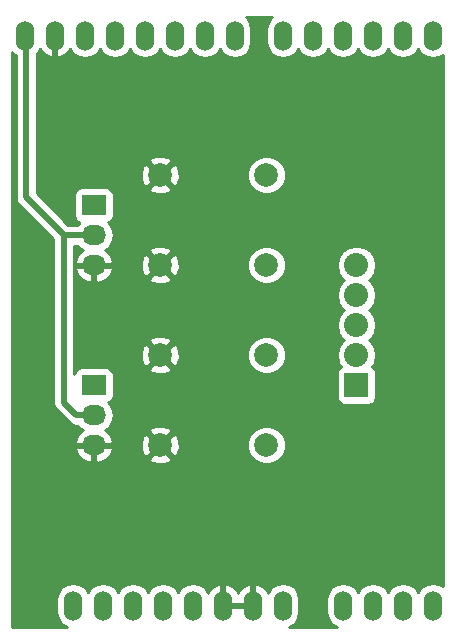
<source format=gbl>
%TF.GenerationSoftware,KiCad,Pcbnew,4.0.7-e2-6376~58~ubuntu16.04.1*%
%TF.CreationDate,2018-02-09T09:49:05-08:00*%
%TF.ProjectId,Arduino-Shield,41726475696E6F2D536869656C642E6B,v1.1*%
%TF.FileFunction,Copper,L2,Bot,Signal*%
%FSLAX46Y46*%
G04 Gerber Fmt 4.6, Leading zero omitted, Abs format (unit mm)*
G04 Created by KiCad (PCBNEW 4.0.7-e2-6376~58~ubuntu16.04.1) date Fri Feb  9 09:49:05 2018*
%MOMM*%
%LPD*%
G01*
G04 APERTURE LIST*
%ADD10C,0.350000*%
%ADD11R,2.032000X1.727200*%
%ADD12O,2.032000X1.727200*%
%ADD13R,2.032000X2.032000*%
%ADD14O,2.032000X2.032000*%
%ADD15O,1.524000X2.540000*%
%ADD16C,1.998980*%
%ADD17C,0.508000*%
%ADD18C,0.254000*%
%ADD19C,0.350000*%
G04 APERTURE END LIST*
D10*
D11*
X30226000Y-79883000D03*
D12*
X30226000Y-82423000D03*
X30226000Y-84963000D03*
D11*
X30226000Y-64643000D03*
D12*
X30226000Y-67183000D03*
X30226000Y-69723000D03*
D13*
X52451000Y-79883000D03*
D14*
X52451000Y-77343000D03*
X52451000Y-74803000D03*
X52451000Y-72263000D03*
X52451000Y-69723000D03*
D15*
X58928000Y-98552000D03*
X51308000Y-98552000D03*
X53848000Y-98552000D03*
X56388000Y-98552000D03*
X46228000Y-98552000D03*
X43688000Y-98552000D03*
X41148000Y-98552000D03*
X36068000Y-98552000D03*
X33528000Y-98552000D03*
X58928000Y-50292000D03*
X56388000Y-50292000D03*
X53848000Y-50292000D03*
X51308000Y-50292000D03*
X48768000Y-50292000D03*
X46228000Y-50292000D03*
X42164000Y-50292000D03*
X39624000Y-50292000D03*
X37084000Y-50292000D03*
X34544000Y-50292000D03*
X32004000Y-50292000D03*
X29464000Y-50292000D03*
X26924000Y-50292000D03*
X24384000Y-50292000D03*
X38608000Y-98552000D03*
X30988000Y-98552000D03*
X28448000Y-98552000D03*
D16*
X44831000Y-62103000D03*
X35831000Y-62103000D03*
X44831000Y-84963000D03*
X35831000Y-84963000D03*
X44831000Y-77343000D03*
X35831000Y-77343000D03*
X44831000Y-69723000D03*
X35831000Y-69723000D03*
D17*
X27686000Y-67183000D02*
X27686000Y-81407000D01*
X27686000Y-81407000D02*
X28702000Y-82423000D01*
X28702000Y-82423000D02*
X30226000Y-82423000D01*
X24485600Y-63982600D02*
X27686000Y-67183000D01*
X27686000Y-67183000D02*
X30226000Y-67183000D01*
X24485600Y-50292000D02*
X24485600Y-63982600D01*
D18*
G36*
X45240172Y-48758851D02*
X44937340Y-49212070D01*
X44831000Y-49746679D01*
X44831000Y-50837321D01*
X44937340Y-51371930D01*
X45240172Y-51825149D01*
X45693391Y-52127981D01*
X46228000Y-52234321D01*
X46762609Y-52127981D01*
X47215828Y-51825149D01*
X47498000Y-51402850D01*
X47780172Y-51825149D01*
X48233391Y-52127981D01*
X48768000Y-52234321D01*
X49302609Y-52127981D01*
X49755828Y-51825149D01*
X50038000Y-51402850D01*
X50320172Y-51825149D01*
X50773391Y-52127981D01*
X51308000Y-52234321D01*
X51842609Y-52127981D01*
X52295828Y-51825149D01*
X52578000Y-51402850D01*
X52860172Y-51825149D01*
X53313391Y-52127981D01*
X53848000Y-52234321D01*
X54382609Y-52127981D01*
X54835828Y-51825149D01*
X55118000Y-51402850D01*
X55400172Y-51825149D01*
X55853391Y-52127981D01*
X56388000Y-52234321D01*
X56922609Y-52127981D01*
X57375828Y-51825149D01*
X57658000Y-51402850D01*
X57940172Y-51825149D01*
X58393391Y-52127981D01*
X58928000Y-52234321D01*
X59462609Y-52127981D01*
X59742000Y-51941297D01*
X59742000Y-96902703D01*
X59462609Y-96716019D01*
X58928000Y-96609679D01*
X58393391Y-96716019D01*
X57940172Y-97018851D01*
X57658000Y-97441150D01*
X57375828Y-97018851D01*
X56922609Y-96716019D01*
X56388000Y-96609679D01*
X55853391Y-96716019D01*
X55400172Y-97018851D01*
X55118000Y-97441150D01*
X54835828Y-97018851D01*
X54382609Y-96716019D01*
X53848000Y-96609679D01*
X53313391Y-96716019D01*
X52860172Y-97018851D01*
X52578000Y-97441150D01*
X52295828Y-97018851D01*
X51842609Y-96716019D01*
X51308000Y-96609679D01*
X50773391Y-96716019D01*
X50320172Y-97018851D01*
X50017340Y-97472070D01*
X49911000Y-98006679D01*
X49911000Y-99097321D01*
X50017340Y-99631930D01*
X50320172Y-100085149D01*
X50764440Y-100382000D01*
X46771560Y-100382000D01*
X47215828Y-100085149D01*
X47518660Y-99631930D01*
X47625000Y-99097321D01*
X47625000Y-98006679D01*
X47518660Y-97472070D01*
X47215828Y-97018851D01*
X46762609Y-96716019D01*
X46228000Y-96609679D01*
X45693391Y-96716019D01*
X45240172Y-97018851D01*
X44948670Y-97455113D01*
X44930059Y-97392059D01*
X44586026Y-96966370D01*
X44105277Y-96704740D01*
X44031070Y-96689780D01*
X43815000Y-96812280D01*
X43815000Y-98425000D01*
X43835000Y-98425000D01*
X43835000Y-98679000D01*
X43815000Y-98679000D01*
X43815000Y-98699000D01*
X43561000Y-98699000D01*
X43561000Y-98679000D01*
X41275000Y-98679000D01*
X41275000Y-98699000D01*
X41021000Y-98699000D01*
X41021000Y-98679000D01*
X41001000Y-98679000D01*
X41001000Y-98425000D01*
X41021000Y-98425000D01*
X41021000Y-96812280D01*
X41275000Y-96812280D01*
X41275000Y-98425000D01*
X43561000Y-98425000D01*
X43561000Y-96812280D01*
X43344930Y-96689780D01*
X43270723Y-96704740D01*
X42789974Y-96966370D01*
X42445941Y-97392059D01*
X42418000Y-97486723D01*
X42390059Y-97392059D01*
X42046026Y-96966370D01*
X41565277Y-96704740D01*
X41491070Y-96689780D01*
X41275000Y-96812280D01*
X41021000Y-96812280D01*
X40804930Y-96689780D01*
X40730723Y-96704740D01*
X40249974Y-96966370D01*
X39905941Y-97392059D01*
X39887330Y-97455113D01*
X39595828Y-97018851D01*
X39142609Y-96716019D01*
X38608000Y-96609679D01*
X38073391Y-96716019D01*
X37620172Y-97018851D01*
X37338000Y-97441150D01*
X37055828Y-97018851D01*
X36602609Y-96716019D01*
X36068000Y-96609679D01*
X35533391Y-96716019D01*
X35080172Y-97018851D01*
X34798000Y-97441150D01*
X34515828Y-97018851D01*
X34062609Y-96716019D01*
X33528000Y-96609679D01*
X32993391Y-96716019D01*
X32540172Y-97018851D01*
X32258000Y-97441150D01*
X31975828Y-97018851D01*
X31522609Y-96716019D01*
X30988000Y-96609679D01*
X30453391Y-96716019D01*
X30000172Y-97018851D01*
X29718000Y-97441150D01*
X29435828Y-97018851D01*
X28982609Y-96716019D01*
X28448000Y-96609679D01*
X27913391Y-96716019D01*
X27460172Y-97018851D01*
X27157340Y-97472070D01*
X27051000Y-98006679D01*
X27051000Y-99097321D01*
X27157340Y-99631930D01*
X27460172Y-100085149D01*
X27904440Y-100382000D01*
X23316000Y-100382000D01*
X23316000Y-85322026D01*
X28618642Y-85322026D01*
X28621291Y-85337791D01*
X28875268Y-85865036D01*
X29311680Y-86254954D01*
X29864087Y-86448184D01*
X30099000Y-86303924D01*
X30099000Y-85090000D01*
X30353000Y-85090000D01*
X30353000Y-86303924D01*
X30587913Y-86448184D01*
X31140320Y-86254954D01*
X31296779Y-86115163D01*
X34858443Y-86115163D01*
X34957042Y-86381965D01*
X35566582Y-86608401D01*
X36216377Y-86584341D01*
X36704958Y-86381965D01*
X36803557Y-86115163D01*
X35831000Y-85142605D01*
X34858443Y-86115163D01*
X31296779Y-86115163D01*
X31576732Y-85865036D01*
X31830709Y-85337791D01*
X31833358Y-85322026D01*
X31712217Y-85090000D01*
X30353000Y-85090000D01*
X30099000Y-85090000D01*
X28739783Y-85090000D01*
X28618642Y-85322026D01*
X23316000Y-85322026D01*
X23316000Y-51705163D01*
X23396172Y-51825149D01*
X23596600Y-51959071D01*
X23596600Y-63982600D01*
X23664271Y-64322806D01*
X23856982Y-64611218D01*
X26797000Y-67551236D01*
X26797000Y-81407000D01*
X26864671Y-81747206D01*
X27057382Y-82035618D01*
X28073382Y-83051618D01*
X28361794Y-83244329D01*
X28702000Y-83312000D01*
X28867547Y-83312000D01*
X28981585Y-83482670D01*
X29291069Y-83689461D01*
X28875268Y-84060964D01*
X28621291Y-84588209D01*
X28618642Y-84603974D01*
X28739783Y-84836000D01*
X30099000Y-84836000D01*
X30099000Y-84816000D01*
X30353000Y-84816000D01*
X30353000Y-84836000D01*
X31712217Y-84836000D01*
X31783963Y-84698582D01*
X34185599Y-84698582D01*
X34209659Y-85348377D01*
X34412035Y-85836958D01*
X34678837Y-85935557D01*
X35651395Y-84963000D01*
X36010605Y-84963000D01*
X36983163Y-85935557D01*
X37249965Y-85836958D01*
X37454380Y-85286694D01*
X43196226Y-85286694D01*
X43444538Y-85887655D01*
X43903927Y-86347846D01*
X44504453Y-86597206D01*
X45154694Y-86597774D01*
X45755655Y-86349462D01*
X46215846Y-85890073D01*
X46465206Y-85289547D01*
X46465774Y-84639306D01*
X46217462Y-84038345D01*
X45758073Y-83578154D01*
X45157547Y-83328794D01*
X44507306Y-83328226D01*
X43906345Y-83576538D01*
X43446154Y-84035927D01*
X43196794Y-84636453D01*
X43196226Y-85286694D01*
X37454380Y-85286694D01*
X37476401Y-85227418D01*
X37452341Y-84577623D01*
X37249965Y-84089042D01*
X36983163Y-83990443D01*
X36010605Y-84963000D01*
X35651395Y-84963000D01*
X34678837Y-83990443D01*
X34412035Y-84089042D01*
X34185599Y-84698582D01*
X31783963Y-84698582D01*
X31833358Y-84603974D01*
X31830709Y-84588209D01*
X31576732Y-84060964D01*
X31296780Y-83810837D01*
X34858443Y-83810837D01*
X35831000Y-84783395D01*
X36803557Y-83810837D01*
X36704958Y-83544035D01*
X36095418Y-83317599D01*
X35445623Y-83341659D01*
X34957042Y-83544035D01*
X34858443Y-83810837D01*
X31296780Y-83810837D01*
X31160931Y-83689461D01*
X31470415Y-83482670D01*
X31795271Y-82996489D01*
X31909345Y-82423000D01*
X31795271Y-81849511D01*
X31470415Y-81363330D01*
X31456087Y-81353757D01*
X31477317Y-81349762D01*
X31693441Y-81210690D01*
X31838431Y-80998490D01*
X31889440Y-80746600D01*
X31889440Y-79019400D01*
X31845162Y-78784083D01*
X31706090Y-78567959D01*
X31599550Y-78495163D01*
X34858443Y-78495163D01*
X34957042Y-78761965D01*
X35566582Y-78988401D01*
X36216377Y-78964341D01*
X36704958Y-78761965D01*
X36803557Y-78495163D01*
X35831000Y-77522605D01*
X34858443Y-78495163D01*
X31599550Y-78495163D01*
X31493890Y-78422969D01*
X31242000Y-78371960D01*
X29210000Y-78371960D01*
X28974683Y-78416238D01*
X28758559Y-78555310D01*
X28613569Y-78767510D01*
X28575000Y-78957969D01*
X28575000Y-77078582D01*
X34185599Y-77078582D01*
X34209659Y-77728377D01*
X34412035Y-78216958D01*
X34678837Y-78315557D01*
X35651395Y-77343000D01*
X36010605Y-77343000D01*
X36983163Y-78315557D01*
X37249965Y-78216958D01*
X37454380Y-77666694D01*
X43196226Y-77666694D01*
X43444538Y-78267655D01*
X43903927Y-78727846D01*
X44504453Y-78977206D01*
X45154694Y-78977774D01*
X45755655Y-78729462D01*
X46215846Y-78270073D01*
X46465206Y-77669547D01*
X46465774Y-77019306D01*
X46217462Y-76418345D01*
X45758073Y-75958154D01*
X45157547Y-75708794D01*
X44507306Y-75708226D01*
X43906345Y-75956538D01*
X43446154Y-76415927D01*
X43196794Y-77016453D01*
X43196226Y-77666694D01*
X37454380Y-77666694D01*
X37476401Y-77607418D01*
X37452341Y-76957623D01*
X37249965Y-76469042D01*
X36983163Y-76370443D01*
X36010605Y-77343000D01*
X35651395Y-77343000D01*
X34678837Y-76370443D01*
X34412035Y-76469042D01*
X34185599Y-77078582D01*
X28575000Y-77078582D01*
X28575000Y-76190837D01*
X34858443Y-76190837D01*
X35831000Y-77163395D01*
X36803557Y-76190837D01*
X36704958Y-75924035D01*
X36095418Y-75697599D01*
X35445623Y-75721659D01*
X34957042Y-75924035D01*
X34858443Y-76190837D01*
X28575000Y-76190837D01*
X28575000Y-70082026D01*
X28618642Y-70082026D01*
X28621291Y-70097791D01*
X28875268Y-70625036D01*
X29311680Y-71014954D01*
X29864087Y-71208184D01*
X30099000Y-71063924D01*
X30099000Y-69850000D01*
X30353000Y-69850000D01*
X30353000Y-71063924D01*
X30587913Y-71208184D01*
X31140320Y-71014954D01*
X31296779Y-70875163D01*
X34858443Y-70875163D01*
X34957042Y-71141965D01*
X35566582Y-71368401D01*
X36216377Y-71344341D01*
X36704958Y-71141965D01*
X36803557Y-70875163D01*
X35831000Y-69902605D01*
X34858443Y-70875163D01*
X31296779Y-70875163D01*
X31576732Y-70625036D01*
X31830709Y-70097791D01*
X31833358Y-70082026D01*
X31712217Y-69850000D01*
X30353000Y-69850000D01*
X30099000Y-69850000D01*
X28739783Y-69850000D01*
X28618642Y-70082026D01*
X28575000Y-70082026D01*
X28575000Y-68072000D01*
X28867547Y-68072000D01*
X28981585Y-68242670D01*
X29291069Y-68449461D01*
X28875268Y-68820964D01*
X28621291Y-69348209D01*
X28618642Y-69363974D01*
X28739783Y-69596000D01*
X30099000Y-69596000D01*
X30099000Y-69576000D01*
X30353000Y-69576000D01*
X30353000Y-69596000D01*
X31712217Y-69596000D01*
X31783963Y-69458582D01*
X34185599Y-69458582D01*
X34209659Y-70108377D01*
X34412035Y-70596958D01*
X34678837Y-70695557D01*
X35651395Y-69723000D01*
X36010605Y-69723000D01*
X36983163Y-70695557D01*
X37249965Y-70596958D01*
X37454380Y-70046694D01*
X43196226Y-70046694D01*
X43444538Y-70647655D01*
X43903927Y-71107846D01*
X44504453Y-71357206D01*
X45154694Y-71357774D01*
X45755655Y-71109462D01*
X46215846Y-70650073D01*
X46465206Y-70049547D01*
X46465491Y-69723000D01*
X50767655Y-69723000D01*
X50893330Y-70354810D01*
X51251222Y-70890433D01*
X51404724Y-70993000D01*
X51251222Y-71095567D01*
X50893330Y-71631190D01*
X50767655Y-72263000D01*
X50893330Y-72894810D01*
X51251222Y-73430433D01*
X51404724Y-73533000D01*
X51251222Y-73635567D01*
X50893330Y-74171190D01*
X50767655Y-74803000D01*
X50893330Y-75434810D01*
X51251222Y-75970433D01*
X51404724Y-76073000D01*
X51251222Y-76175567D01*
X50893330Y-76711190D01*
X50767655Y-77343000D01*
X50893330Y-77974810D01*
X51120499Y-78314792D01*
X50983559Y-78402910D01*
X50838569Y-78615110D01*
X50787560Y-78867000D01*
X50787560Y-80899000D01*
X50831838Y-81134317D01*
X50970910Y-81350441D01*
X51183110Y-81495431D01*
X51435000Y-81546440D01*
X53467000Y-81546440D01*
X53702317Y-81502162D01*
X53918441Y-81363090D01*
X54063431Y-81150890D01*
X54114440Y-80899000D01*
X54114440Y-78867000D01*
X54070162Y-78631683D01*
X53931090Y-78415559D01*
X53782163Y-78313802D01*
X54008670Y-77974810D01*
X54134345Y-77343000D01*
X54008670Y-76711190D01*
X53650778Y-76175567D01*
X53497276Y-76073000D01*
X53650778Y-75970433D01*
X54008670Y-75434810D01*
X54134345Y-74803000D01*
X54008670Y-74171190D01*
X53650778Y-73635567D01*
X53497276Y-73533000D01*
X53650778Y-73430433D01*
X54008670Y-72894810D01*
X54134345Y-72263000D01*
X54008670Y-71631190D01*
X53650778Y-71095567D01*
X53497276Y-70993000D01*
X53650778Y-70890433D01*
X54008670Y-70354810D01*
X54134345Y-69723000D01*
X54008670Y-69091190D01*
X53650778Y-68555567D01*
X53115155Y-68197675D01*
X52483345Y-68072000D01*
X52418655Y-68072000D01*
X51786845Y-68197675D01*
X51251222Y-68555567D01*
X50893330Y-69091190D01*
X50767655Y-69723000D01*
X46465491Y-69723000D01*
X46465774Y-69399306D01*
X46217462Y-68798345D01*
X45758073Y-68338154D01*
X45157547Y-68088794D01*
X44507306Y-68088226D01*
X43906345Y-68336538D01*
X43446154Y-68795927D01*
X43196794Y-69396453D01*
X43196226Y-70046694D01*
X37454380Y-70046694D01*
X37476401Y-69987418D01*
X37452341Y-69337623D01*
X37249965Y-68849042D01*
X36983163Y-68750443D01*
X36010605Y-69723000D01*
X35651395Y-69723000D01*
X34678837Y-68750443D01*
X34412035Y-68849042D01*
X34185599Y-69458582D01*
X31783963Y-69458582D01*
X31833358Y-69363974D01*
X31830709Y-69348209D01*
X31576732Y-68820964D01*
X31296780Y-68570837D01*
X34858443Y-68570837D01*
X35831000Y-69543395D01*
X36803557Y-68570837D01*
X36704958Y-68304035D01*
X36095418Y-68077599D01*
X35445623Y-68101659D01*
X34957042Y-68304035D01*
X34858443Y-68570837D01*
X31296780Y-68570837D01*
X31160931Y-68449461D01*
X31470415Y-68242670D01*
X31795271Y-67756489D01*
X31909345Y-67183000D01*
X31795271Y-66609511D01*
X31470415Y-66123330D01*
X31456087Y-66113757D01*
X31477317Y-66109762D01*
X31693441Y-65970690D01*
X31838431Y-65758490D01*
X31889440Y-65506600D01*
X31889440Y-63779400D01*
X31845162Y-63544083D01*
X31706090Y-63327959D01*
X31599550Y-63255163D01*
X34858443Y-63255163D01*
X34957042Y-63521965D01*
X35566582Y-63748401D01*
X36216377Y-63724341D01*
X36704958Y-63521965D01*
X36803557Y-63255163D01*
X35831000Y-62282605D01*
X34858443Y-63255163D01*
X31599550Y-63255163D01*
X31493890Y-63182969D01*
X31242000Y-63131960D01*
X29210000Y-63131960D01*
X28974683Y-63176238D01*
X28758559Y-63315310D01*
X28613569Y-63527510D01*
X28562560Y-63779400D01*
X28562560Y-65506600D01*
X28606838Y-65741917D01*
X28745910Y-65958041D01*
X28958110Y-66103031D01*
X28999439Y-66111400D01*
X28981585Y-66123330D01*
X28867547Y-66294000D01*
X28054236Y-66294000D01*
X25374600Y-63614364D01*
X25374600Y-61838582D01*
X34185599Y-61838582D01*
X34209659Y-62488377D01*
X34412035Y-62976958D01*
X34678837Y-63075557D01*
X35651395Y-62103000D01*
X36010605Y-62103000D01*
X36983163Y-63075557D01*
X37249965Y-62976958D01*
X37454380Y-62426694D01*
X43196226Y-62426694D01*
X43444538Y-63027655D01*
X43903927Y-63487846D01*
X44504453Y-63737206D01*
X45154694Y-63737774D01*
X45755655Y-63489462D01*
X46215846Y-63030073D01*
X46465206Y-62429547D01*
X46465774Y-61779306D01*
X46217462Y-61178345D01*
X45758073Y-60718154D01*
X45157547Y-60468794D01*
X44507306Y-60468226D01*
X43906345Y-60716538D01*
X43446154Y-61175927D01*
X43196794Y-61776453D01*
X43196226Y-62426694D01*
X37454380Y-62426694D01*
X37476401Y-62367418D01*
X37452341Y-61717623D01*
X37249965Y-61229042D01*
X36983163Y-61130443D01*
X36010605Y-62103000D01*
X35651395Y-62103000D01*
X34678837Y-61130443D01*
X34412035Y-61229042D01*
X34185599Y-61838582D01*
X25374600Y-61838582D01*
X25374600Y-60950837D01*
X34858443Y-60950837D01*
X35831000Y-61923395D01*
X36803557Y-60950837D01*
X36704958Y-60684035D01*
X36095418Y-60457599D01*
X35445623Y-60481659D01*
X34957042Y-60684035D01*
X34858443Y-60950837D01*
X25374600Y-60950837D01*
X25374600Y-51821000D01*
X25663330Y-51388887D01*
X25681941Y-51451941D01*
X26025974Y-51877630D01*
X26506723Y-52139260D01*
X26580930Y-52154220D01*
X26797000Y-52031720D01*
X26797000Y-50419000D01*
X26777000Y-50419000D01*
X26777000Y-50165000D01*
X26797000Y-50165000D01*
X26797000Y-50145000D01*
X27051000Y-50145000D01*
X27051000Y-50165000D01*
X27071000Y-50165000D01*
X27071000Y-50419000D01*
X27051000Y-50419000D01*
X27051000Y-52031720D01*
X27267070Y-52154220D01*
X27341277Y-52139260D01*
X27822026Y-51877630D01*
X28166059Y-51451941D01*
X28184670Y-51388887D01*
X28476172Y-51825149D01*
X28929391Y-52127981D01*
X29464000Y-52234321D01*
X29998609Y-52127981D01*
X30451828Y-51825149D01*
X30734000Y-51402850D01*
X31016172Y-51825149D01*
X31469391Y-52127981D01*
X32004000Y-52234321D01*
X32538609Y-52127981D01*
X32991828Y-51825149D01*
X33274000Y-51402850D01*
X33556172Y-51825149D01*
X34009391Y-52127981D01*
X34544000Y-52234321D01*
X35078609Y-52127981D01*
X35531828Y-51825149D01*
X35814000Y-51402850D01*
X36096172Y-51825149D01*
X36549391Y-52127981D01*
X37084000Y-52234321D01*
X37618609Y-52127981D01*
X38071828Y-51825149D01*
X38354000Y-51402850D01*
X38636172Y-51825149D01*
X39089391Y-52127981D01*
X39624000Y-52234321D01*
X40158609Y-52127981D01*
X40611828Y-51825149D01*
X40894000Y-51402850D01*
X41176172Y-51825149D01*
X41629391Y-52127981D01*
X42164000Y-52234321D01*
X42698609Y-52127981D01*
X43151828Y-51825149D01*
X43454660Y-51371930D01*
X43561000Y-50837321D01*
X43561000Y-49746679D01*
X43454660Y-49212070D01*
X43151828Y-48758851D01*
X43087697Y-48716000D01*
X45304303Y-48716000D01*
X45240172Y-48758851D01*
X45240172Y-48758851D01*
G37*
X45240172Y-48758851D02*
X44937340Y-49212070D01*
X44831000Y-49746679D01*
X44831000Y-50837321D01*
X44937340Y-51371930D01*
X45240172Y-51825149D01*
X45693391Y-52127981D01*
X46228000Y-52234321D01*
X46762609Y-52127981D01*
X47215828Y-51825149D01*
X47498000Y-51402850D01*
X47780172Y-51825149D01*
X48233391Y-52127981D01*
X48768000Y-52234321D01*
X49302609Y-52127981D01*
X49755828Y-51825149D01*
X50038000Y-51402850D01*
X50320172Y-51825149D01*
X50773391Y-52127981D01*
X51308000Y-52234321D01*
X51842609Y-52127981D01*
X52295828Y-51825149D01*
X52578000Y-51402850D01*
X52860172Y-51825149D01*
X53313391Y-52127981D01*
X53848000Y-52234321D01*
X54382609Y-52127981D01*
X54835828Y-51825149D01*
X55118000Y-51402850D01*
X55400172Y-51825149D01*
X55853391Y-52127981D01*
X56388000Y-52234321D01*
X56922609Y-52127981D01*
X57375828Y-51825149D01*
X57658000Y-51402850D01*
X57940172Y-51825149D01*
X58393391Y-52127981D01*
X58928000Y-52234321D01*
X59462609Y-52127981D01*
X59742000Y-51941297D01*
X59742000Y-96902703D01*
X59462609Y-96716019D01*
X58928000Y-96609679D01*
X58393391Y-96716019D01*
X57940172Y-97018851D01*
X57658000Y-97441150D01*
X57375828Y-97018851D01*
X56922609Y-96716019D01*
X56388000Y-96609679D01*
X55853391Y-96716019D01*
X55400172Y-97018851D01*
X55118000Y-97441150D01*
X54835828Y-97018851D01*
X54382609Y-96716019D01*
X53848000Y-96609679D01*
X53313391Y-96716019D01*
X52860172Y-97018851D01*
X52578000Y-97441150D01*
X52295828Y-97018851D01*
X51842609Y-96716019D01*
X51308000Y-96609679D01*
X50773391Y-96716019D01*
X50320172Y-97018851D01*
X50017340Y-97472070D01*
X49911000Y-98006679D01*
X49911000Y-99097321D01*
X50017340Y-99631930D01*
X50320172Y-100085149D01*
X50764440Y-100382000D01*
X46771560Y-100382000D01*
X47215828Y-100085149D01*
X47518660Y-99631930D01*
X47625000Y-99097321D01*
X47625000Y-98006679D01*
X47518660Y-97472070D01*
X47215828Y-97018851D01*
X46762609Y-96716019D01*
X46228000Y-96609679D01*
X45693391Y-96716019D01*
X45240172Y-97018851D01*
X44948670Y-97455113D01*
X44930059Y-97392059D01*
X44586026Y-96966370D01*
X44105277Y-96704740D01*
X44031070Y-96689780D01*
X43815000Y-96812280D01*
X43815000Y-98425000D01*
X43835000Y-98425000D01*
X43835000Y-98679000D01*
X43815000Y-98679000D01*
X43815000Y-98699000D01*
X43561000Y-98699000D01*
X43561000Y-98679000D01*
X41275000Y-98679000D01*
X41275000Y-98699000D01*
X41021000Y-98699000D01*
X41021000Y-98679000D01*
X41001000Y-98679000D01*
X41001000Y-98425000D01*
X41021000Y-98425000D01*
X41021000Y-96812280D01*
X41275000Y-96812280D01*
X41275000Y-98425000D01*
X43561000Y-98425000D01*
X43561000Y-96812280D01*
X43344930Y-96689780D01*
X43270723Y-96704740D01*
X42789974Y-96966370D01*
X42445941Y-97392059D01*
X42418000Y-97486723D01*
X42390059Y-97392059D01*
X42046026Y-96966370D01*
X41565277Y-96704740D01*
X41491070Y-96689780D01*
X41275000Y-96812280D01*
X41021000Y-96812280D01*
X40804930Y-96689780D01*
X40730723Y-96704740D01*
X40249974Y-96966370D01*
X39905941Y-97392059D01*
X39887330Y-97455113D01*
X39595828Y-97018851D01*
X39142609Y-96716019D01*
X38608000Y-96609679D01*
X38073391Y-96716019D01*
X37620172Y-97018851D01*
X37338000Y-97441150D01*
X37055828Y-97018851D01*
X36602609Y-96716019D01*
X36068000Y-96609679D01*
X35533391Y-96716019D01*
X35080172Y-97018851D01*
X34798000Y-97441150D01*
X34515828Y-97018851D01*
X34062609Y-96716019D01*
X33528000Y-96609679D01*
X32993391Y-96716019D01*
X32540172Y-97018851D01*
X32258000Y-97441150D01*
X31975828Y-97018851D01*
X31522609Y-96716019D01*
X30988000Y-96609679D01*
X30453391Y-96716019D01*
X30000172Y-97018851D01*
X29718000Y-97441150D01*
X29435828Y-97018851D01*
X28982609Y-96716019D01*
X28448000Y-96609679D01*
X27913391Y-96716019D01*
X27460172Y-97018851D01*
X27157340Y-97472070D01*
X27051000Y-98006679D01*
X27051000Y-99097321D01*
X27157340Y-99631930D01*
X27460172Y-100085149D01*
X27904440Y-100382000D01*
X23316000Y-100382000D01*
X23316000Y-85322026D01*
X28618642Y-85322026D01*
X28621291Y-85337791D01*
X28875268Y-85865036D01*
X29311680Y-86254954D01*
X29864087Y-86448184D01*
X30099000Y-86303924D01*
X30099000Y-85090000D01*
X30353000Y-85090000D01*
X30353000Y-86303924D01*
X30587913Y-86448184D01*
X31140320Y-86254954D01*
X31296779Y-86115163D01*
X34858443Y-86115163D01*
X34957042Y-86381965D01*
X35566582Y-86608401D01*
X36216377Y-86584341D01*
X36704958Y-86381965D01*
X36803557Y-86115163D01*
X35831000Y-85142605D01*
X34858443Y-86115163D01*
X31296779Y-86115163D01*
X31576732Y-85865036D01*
X31830709Y-85337791D01*
X31833358Y-85322026D01*
X31712217Y-85090000D01*
X30353000Y-85090000D01*
X30099000Y-85090000D01*
X28739783Y-85090000D01*
X28618642Y-85322026D01*
X23316000Y-85322026D01*
X23316000Y-51705163D01*
X23396172Y-51825149D01*
X23596600Y-51959071D01*
X23596600Y-63982600D01*
X23664271Y-64322806D01*
X23856982Y-64611218D01*
X26797000Y-67551236D01*
X26797000Y-81407000D01*
X26864671Y-81747206D01*
X27057382Y-82035618D01*
X28073382Y-83051618D01*
X28361794Y-83244329D01*
X28702000Y-83312000D01*
X28867547Y-83312000D01*
X28981585Y-83482670D01*
X29291069Y-83689461D01*
X28875268Y-84060964D01*
X28621291Y-84588209D01*
X28618642Y-84603974D01*
X28739783Y-84836000D01*
X30099000Y-84836000D01*
X30099000Y-84816000D01*
X30353000Y-84816000D01*
X30353000Y-84836000D01*
X31712217Y-84836000D01*
X31783963Y-84698582D01*
X34185599Y-84698582D01*
X34209659Y-85348377D01*
X34412035Y-85836958D01*
X34678837Y-85935557D01*
X35651395Y-84963000D01*
X36010605Y-84963000D01*
X36983163Y-85935557D01*
X37249965Y-85836958D01*
X37454380Y-85286694D01*
X43196226Y-85286694D01*
X43444538Y-85887655D01*
X43903927Y-86347846D01*
X44504453Y-86597206D01*
X45154694Y-86597774D01*
X45755655Y-86349462D01*
X46215846Y-85890073D01*
X46465206Y-85289547D01*
X46465774Y-84639306D01*
X46217462Y-84038345D01*
X45758073Y-83578154D01*
X45157547Y-83328794D01*
X44507306Y-83328226D01*
X43906345Y-83576538D01*
X43446154Y-84035927D01*
X43196794Y-84636453D01*
X43196226Y-85286694D01*
X37454380Y-85286694D01*
X37476401Y-85227418D01*
X37452341Y-84577623D01*
X37249965Y-84089042D01*
X36983163Y-83990443D01*
X36010605Y-84963000D01*
X35651395Y-84963000D01*
X34678837Y-83990443D01*
X34412035Y-84089042D01*
X34185599Y-84698582D01*
X31783963Y-84698582D01*
X31833358Y-84603974D01*
X31830709Y-84588209D01*
X31576732Y-84060964D01*
X31296780Y-83810837D01*
X34858443Y-83810837D01*
X35831000Y-84783395D01*
X36803557Y-83810837D01*
X36704958Y-83544035D01*
X36095418Y-83317599D01*
X35445623Y-83341659D01*
X34957042Y-83544035D01*
X34858443Y-83810837D01*
X31296780Y-83810837D01*
X31160931Y-83689461D01*
X31470415Y-83482670D01*
X31795271Y-82996489D01*
X31909345Y-82423000D01*
X31795271Y-81849511D01*
X31470415Y-81363330D01*
X31456087Y-81353757D01*
X31477317Y-81349762D01*
X31693441Y-81210690D01*
X31838431Y-80998490D01*
X31889440Y-80746600D01*
X31889440Y-79019400D01*
X31845162Y-78784083D01*
X31706090Y-78567959D01*
X31599550Y-78495163D01*
X34858443Y-78495163D01*
X34957042Y-78761965D01*
X35566582Y-78988401D01*
X36216377Y-78964341D01*
X36704958Y-78761965D01*
X36803557Y-78495163D01*
X35831000Y-77522605D01*
X34858443Y-78495163D01*
X31599550Y-78495163D01*
X31493890Y-78422969D01*
X31242000Y-78371960D01*
X29210000Y-78371960D01*
X28974683Y-78416238D01*
X28758559Y-78555310D01*
X28613569Y-78767510D01*
X28575000Y-78957969D01*
X28575000Y-77078582D01*
X34185599Y-77078582D01*
X34209659Y-77728377D01*
X34412035Y-78216958D01*
X34678837Y-78315557D01*
X35651395Y-77343000D01*
X36010605Y-77343000D01*
X36983163Y-78315557D01*
X37249965Y-78216958D01*
X37454380Y-77666694D01*
X43196226Y-77666694D01*
X43444538Y-78267655D01*
X43903927Y-78727846D01*
X44504453Y-78977206D01*
X45154694Y-78977774D01*
X45755655Y-78729462D01*
X46215846Y-78270073D01*
X46465206Y-77669547D01*
X46465774Y-77019306D01*
X46217462Y-76418345D01*
X45758073Y-75958154D01*
X45157547Y-75708794D01*
X44507306Y-75708226D01*
X43906345Y-75956538D01*
X43446154Y-76415927D01*
X43196794Y-77016453D01*
X43196226Y-77666694D01*
X37454380Y-77666694D01*
X37476401Y-77607418D01*
X37452341Y-76957623D01*
X37249965Y-76469042D01*
X36983163Y-76370443D01*
X36010605Y-77343000D01*
X35651395Y-77343000D01*
X34678837Y-76370443D01*
X34412035Y-76469042D01*
X34185599Y-77078582D01*
X28575000Y-77078582D01*
X28575000Y-76190837D01*
X34858443Y-76190837D01*
X35831000Y-77163395D01*
X36803557Y-76190837D01*
X36704958Y-75924035D01*
X36095418Y-75697599D01*
X35445623Y-75721659D01*
X34957042Y-75924035D01*
X34858443Y-76190837D01*
X28575000Y-76190837D01*
X28575000Y-70082026D01*
X28618642Y-70082026D01*
X28621291Y-70097791D01*
X28875268Y-70625036D01*
X29311680Y-71014954D01*
X29864087Y-71208184D01*
X30099000Y-71063924D01*
X30099000Y-69850000D01*
X30353000Y-69850000D01*
X30353000Y-71063924D01*
X30587913Y-71208184D01*
X31140320Y-71014954D01*
X31296779Y-70875163D01*
X34858443Y-70875163D01*
X34957042Y-71141965D01*
X35566582Y-71368401D01*
X36216377Y-71344341D01*
X36704958Y-71141965D01*
X36803557Y-70875163D01*
X35831000Y-69902605D01*
X34858443Y-70875163D01*
X31296779Y-70875163D01*
X31576732Y-70625036D01*
X31830709Y-70097791D01*
X31833358Y-70082026D01*
X31712217Y-69850000D01*
X30353000Y-69850000D01*
X30099000Y-69850000D01*
X28739783Y-69850000D01*
X28618642Y-70082026D01*
X28575000Y-70082026D01*
X28575000Y-68072000D01*
X28867547Y-68072000D01*
X28981585Y-68242670D01*
X29291069Y-68449461D01*
X28875268Y-68820964D01*
X28621291Y-69348209D01*
X28618642Y-69363974D01*
X28739783Y-69596000D01*
X30099000Y-69596000D01*
X30099000Y-69576000D01*
X30353000Y-69576000D01*
X30353000Y-69596000D01*
X31712217Y-69596000D01*
X31783963Y-69458582D01*
X34185599Y-69458582D01*
X34209659Y-70108377D01*
X34412035Y-70596958D01*
X34678837Y-70695557D01*
X35651395Y-69723000D01*
X36010605Y-69723000D01*
X36983163Y-70695557D01*
X37249965Y-70596958D01*
X37454380Y-70046694D01*
X43196226Y-70046694D01*
X43444538Y-70647655D01*
X43903927Y-71107846D01*
X44504453Y-71357206D01*
X45154694Y-71357774D01*
X45755655Y-71109462D01*
X46215846Y-70650073D01*
X46465206Y-70049547D01*
X46465491Y-69723000D01*
X50767655Y-69723000D01*
X50893330Y-70354810D01*
X51251222Y-70890433D01*
X51404724Y-70993000D01*
X51251222Y-71095567D01*
X50893330Y-71631190D01*
X50767655Y-72263000D01*
X50893330Y-72894810D01*
X51251222Y-73430433D01*
X51404724Y-73533000D01*
X51251222Y-73635567D01*
X50893330Y-74171190D01*
X50767655Y-74803000D01*
X50893330Y-75434810D01*
X51251222Y-75970433D01*
X51404724Y-76073000D01*
X51251222Y-76175567D01*
X50893330Y-76711190D01*
X50767655Y-77343000D01*
X50893330Y-77974810D01*
X51120499Y-78314792D01*
X50983559Y-78402910D01*
X50838569Y-78615110D01*
X50787560Y-78867000D01*
X50787560Y-80899000D01*
X50831838Y-81134317D01*
X50970910Y-81350441D01*
X51183110Y-81495431D01*
X51435000Y-81546440D01*
X53467000Y-81546440D01*
X53702317Y-81502162D01*
X53918441Y-81363090D01*
X54063431Y-81150890D01*
X54114440Y-80899000D01*
X54114440Y-78867000D01*
X54070162Y-78631683D01*
X53931090Y-78415559D01*
X53782163Y-78313802D01*
X54008670Y-77974810D01*
X54134345Y-77343000D01*
X54008670Y-76711190D01*
X53650778Y-76175567D01*
X53497276Y-76073000D01*
X53650778Y-75970433D01*
X54008670Y-75434810D01*
X54134345Y-74803000D01*
X54008670Y-74171190D01*
X53650778Y-73635567D01*
X53497276Y-73533000D01*
X53650778Y-73430433D01*
X54008670Y-72894810D01*
X54134345Y-72263000D01*
X54008670Y-71631190D01*
X53650778Y-71095567D01*
X53497276Y-70993000D01*
X53650778Y-70890433D01*
X54008670Y-70354810D01*
X54134345Y-69723000D01*
X54008670Y-69091190D01*
X53650778Y-68555567D01*
X53115155Y-68197675D01*
X52483345Y-68072000D01*
X52418655Y-68072000D01*
X51786845Y-68197675D01*
X51251222Y-68555567D01*
X50893330Y-69091190D01*
X50767655Y-69723000D01*
X46465491Y-69723000D01*
X46465774Y-69399306D01*
X46217462Y-68798345D01*
X45758073Y-68338154D01*
X45157547Y-68088794D01*
X44507306Y-68088226D01*
X43906345Y-68336538D01*
X43446154Y-68795927D01*
X43196794Y-69396453D01*
X43196226Y-70046694D01*
X37454380Y-70046694D01*
X37476401Y-69987418D01*
X37452341Y-69337623D01*
X37249965Y-68849042D01*
X36983163Y-68750443D01*
X36010605Y-69723000D01*
X35651395Y-69723000D01*
X34678837Y-68750443D01*
X34412035Y-68849042D01*
X34185599Y-69458582D01*
X31783963Y-69458582D01*
X31833358Y-69363974D01*
X31830709Y-69348209D01*
X31576732Y-68820964D01*
X31296780Y-68570837D01*
X34858443Y-68570837D01*
X35831000Y-69543395D01*
X36803557Y-68570837D01*
X36704958Y-68304035D01*
X36095418Y-68077599D01*
X35445623Y-68101659D01*
X34957042Y-68304035D01*
X34858443Y-68570837D01*
X31296780Y-68570837D01*
X31160931Y-68449461D01*
X31470415Y-68242670D01*
X31795271Y-67756489D01*
X31909345Y-67183000D01*
X31795271Y-66609511D01*
X31470415Y-66123330D01*
X31456087Y-66113757D01*
X31477317Y-66109762D01*
X31693441Y-65970690D01*
X31838431Y-65758490D01*
X31889440Y-65506600D01*
X31889440Y-63779400D01*
X31845162Y-63544083D01*
X31706090Y-63327959D01*
X31599550Y-63255163D01*
X34858443Y-63255163D01*
X34957042Y-63521965D01*
X35566582Y-63748401D01*
X36216377Y-63724341D01*
X36704958Y-63521965D01*
X36803557Y-63255163D01*
X35831000Y-62282605D01*
X34858443Y-63255163D01*
X31599550Y-63255163D01*
X31493890Y-63182969D01*
X31242000Y-63131960D01*
X29210000Y-63131960D01*
X28974683Y-63176238D01*
X28758559Y-63315310D01*
X28613569Y-63527510D01*
X28562560Y-63779400D01*
X28562560Y-65506600D01*
X28606838Y-65741917D01*
X28745910Y-65958041D01*
X28958110Y-66103031D01*
X28999439Y-66111400D01*
X28981585Y-66123330D01*
X28867547Y-66294000D01*
X28054236Y-66294000D01*
X25374600Y-63614364D01*
X25374600Y-61838582D01*
X34185599Y-61838582D01*
X34209659Y-62488377D01*
X34412035Y-62976958D01*
X34678837Y-63075557D01*
X35651395Y-62103000D01*
X36010605Y-62103000D01*
X36983163Y-63075557D01*
X37249965Y-62976958D01*
X37454380Y-62426694D01*
X43196226Y-62426694D01*
X43444538Y-63027655D01*
X43903927Y-63487846D01*
X44504453Y-63737206D01*
X45154694Y-63737774D01*
X45755655Y-63489462D01*
X46215846Y-63030073D01*
X46465206Y-62429547D01*
X46465774Y-61779306D01*
X46217462Y-61178345D01*
X45758073Y-60718154D01*
X45157547Y-60468794D01*
X44507306Y-60468226D01*
X43906345Y-60716538D01*
X43446154Y-61175927D01*
X43196794Y-61776453D01*
X43196226Y-62426694D01*
X37454380Y-62426694D01*
X37476401Y-62367418D01*
X37452341Y-61717623D01*
X37249965Y-61229042D01*
X36983163Y-61130443D01*
X36010605Y-62103000D01*
X35651395Y-62103000D01*
X34678837Y-61130443D01*
X34412035Y-61229042D01*
X34185599Y-61838582D01*
X25374600Y-61838582D01*
X25374600Y-60950837D01*
X34858443Y-60950837D01*
X35831000Y-61923395D01*
X36803557Y-60950837D01*
X36704958Y-60684035D01*
X36095418Y-60457599D01*
X35445623Y-60481659D01*
X34957042Y-60684035D01*
X34858443Y-60950837D01*
X25374600Y-60950837D01*
X25374600Y-51821000D01*
X25663330Y-51388887D01*
X25681941Y-51451941D01*
X26025974Y-51877630D01*
X26506723Y-52139260D01*
X26580930Y-52154220D01*
X26797000Y-52031720D01*
X26797000Y-50419000D01*
X26777000Y-50419000D01*
X26777000Y-50165000D01*
X26797000Y-50165000D01*
X26797000Y-50145000D01*
X27051000Y-50145000D01*
X27051000Y-50165000D01*
X27071000Y-50165000D01*
X27071000Y-50419000D01*
X27051000Y-50419000D01*
X27051000Y-52031720D01*
X27267070Y-52154220D01*
X27341277Y-52139260D01*
X27822026Y-51877630D01*
X28166059Y-51451941D01*
X28184670Y-51388887D01*
X28476172Y-51825149D01*
X28929391Y-52127981D01*
X29464000Y-52234321D01*
X29998609Y-52127981D01*
X30451828Y-51825149D01*
X30734000Y-51402850D01*
X31016172Y-51825149D01*
X31469391Y-52127981D01*
X32004000Y-52234321D01*
X32538609Y-52127981D01*
X32991828Y-51825149D01*
X33274000Y-51402850D01*
X33556172Y-51825149D01*
X34009391Y-52127981D01*
X34544000Y-52234321D01*
X35078609Y-52127981D01*
X35531828Y-51825149D01*
X35814000Y-51402850D01*
X36096172Y-51825149D01*
X36549391Y-52127981D01*
X37084000Y-52234321D01*
X37618609Y-52127981D01*
X38071828Y-51825149D01*
X38354000Y-51402850D01*
X38636172Y-51825149D01*
X39089391Y-52127981D01*
X39624000Y-52234321D01*
X40158609Y-52127981D01*
X40611828Y-51825149D01*
X40894000Y-51402850D01*
X41176172Y-51825149D01*
X41629391Y-52127981D01*
X42164000Y-52234321D01*
X42698609Y-52127981D01*
X43151828Y-51825149D01*
X43454660Y-51371930D01*
X43561000Y-50837321D01*
X43561000Y-49746679D01*
X43454660Y-49212070D01*
X43151828Y-48758851D01*
X43087697Y-48716000D01*
X45304303Y-48716000D01*
X45240172Y-48758851D01*
D19*
X30226000Y-79883000D03*
X30226000Y-82423000D03*
X30226000Y-84963000D03*
X30226000Y-64643000D03*
X30226000Y-67183000D03*
X30226000Y-69723000D03*
X52451000Y-79883000D03*
X52451000Y-77343000D03*
X52451000Y-74803000D03*
X52451000Y-72263000D03*
X52451000Y-69723000D03*
X58928000Y-98552000D03*
X51308000Y-98552000D03*
X53848000Y-98552000D03*
X56388000Y-98552000D03*
X46228000Y-98552000D03*
X43688000Y-98552000D03*
X41148000Y-98552000D03*
X36068000Y-98552000D03*
X33528000Y-98552000D03*
X58928000Y-50292000D03*
X56388000Y-50292000D03*
X53848000Y-50292000D03*
X51308000Y-50292000D03*
X48768000Y-50292000D03*
X46228000Y-50292000D03*
X42164000Y-50292000D03*
X39624000Y-50292000D03*
X37084000Y-50292000D03*
X34544000Y-50292000D03*
X32004000Y-50292000D03*
X29464000Y-50292000D03*
X26924000Y-50292000D03*
X24384000Y-50292000D03*
X38608000Y-98552000D03*
X30988000Y-98552000D03*
X28448000Y-98552000D03*
X44831000Y-62103000D03*
X35831000Y-62103000D03*
X44831000Y-84963000D03*
X35831000Y-84963000D03*
X44831000Y-77343000D03*
X35831000Y-77343000D03*
X44831000Y-69723000D03*
X35831000Y-69723000D03*
M02*

</source>
